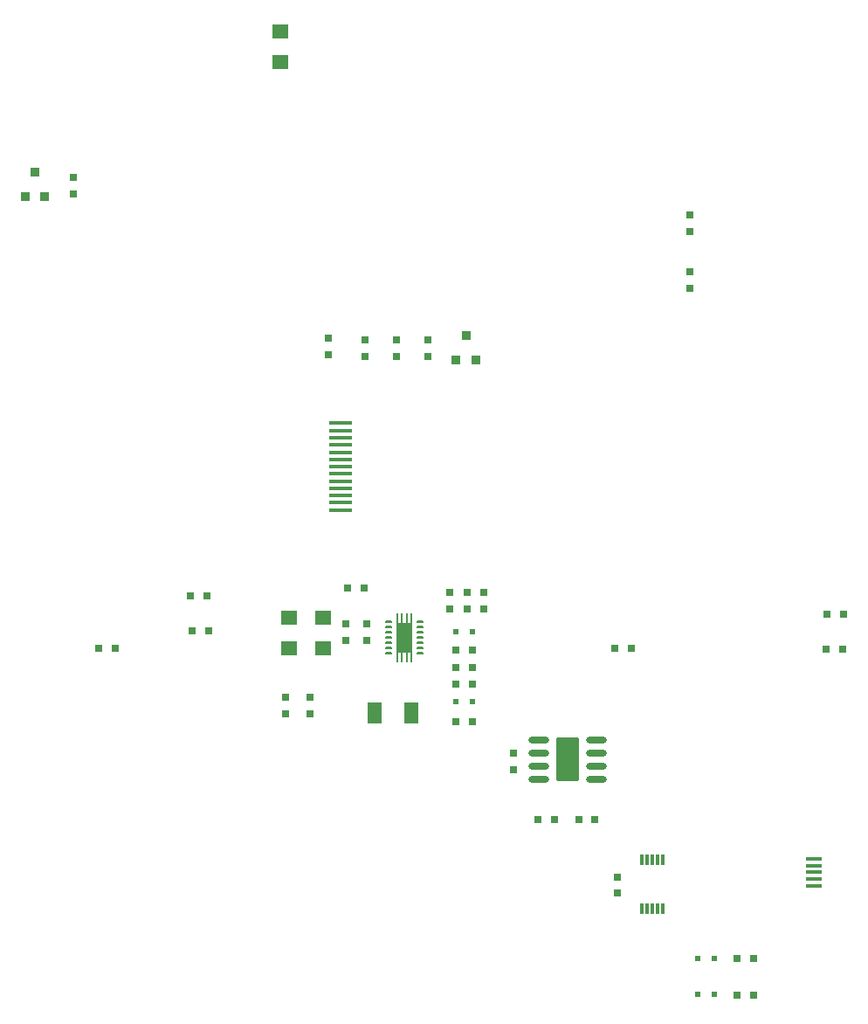
<source format=gtp>
G04 Layer_Color=8421504*
%FSLAX25Y25*%
%MOIN*%
G70*
G01*
G75*
%ADD10R,0.03150X0.03150*%
%ADD11R,0.03150X0.03150*%
%ADD12R,0.06299X0.05512*%
%ADD13R,0.01260X0.03937*%
%ADD14R,0.09055X0.01378*%
%ADD15R,0.00787X0.05000*%
%ADD16R,0.06220X0.11500*%
%ADD17O,0.03000X0.01000*%
%ADD18R,0.03543X0.03740*%
%ADD19R,0.03543X0.03740*%
%ADD20R,0.05905X0.01575*%
%ADD21R,0.05512X0.07874*%
G04:AMPARAMS|DCode=22|XSize=86.61mil|YSize=165.35mil|CornerRadius=4.33mil|HoleSize=0mil|Usage=FLASHONLY|Rotation=180.000|XOffset=0mil|YOffset=0mil|HoleType=Round|Shape=RoundedRectangle|*
%AMROUNDEDRECTD22*
21,1,0.08661,0.15669,0,0,180.0*
21,1,0.07795,0.16535,0,0,180.0*
1,1,0.00866,-0.03898,0.07835*
1,1,0.00866,0.03898,0.07835*
1,1,0.00866,0.03898,-0.07835*
1,1,0.00866,-0.03898,-0.07835*
%
%ADD22ROUNDEDRECTD22*%
%ADD23O,0.08000X0.02400*%
%ADD84R,0.02362X0.02362*%
D10*
X904600Y198650D02*
D03*
Y204950D02*
D03*
X972000Y410150D02*
D03*
Y403850D02*
D03*
X736500Y424650D02*
D03*
Y418350D02*
D03*
X848000Y362650D02*
D03*
Y356350D02*
D03*
X860000Y362650D02*
D03*
Y356350D02*
D03*
X872000Y362650D02*
D03*
Y356350D02*
D03*
X827000Y226150D02*
D03*
Y219850D02*
D03*
X817500Y226150D02*
D03*
Y219850D02*
D03*
X972000Y382350D02*
D03*
Y388650D02*
D03*
X944400Y151450D02*
D03*
Y157750D02*
D03*
X834000Y356850D02*
D03*
Y363150D02*
D03*
X848703Y248051D02*
D03*
Y254350D02*
D03*
X840728Y248051D02*
D03*
Y254350D02*
D03*
X893400Y260101D02*
D03*
Y266400D02*
D03*
X887000Y260101D02*
D03*
Y266400D02*
D03*
X880400Y260101D02*
D03*
Y266400D02*
D03*
D11*
X888800Y237700D02*
D03*
X882501D02*
D03*
X888800Y231200D02*
D03*
X882501D02*
D03*
Y217100D02*
D03*
X888800D02*
D03*
X882501Y244200D02*
D03*
X888800D02*
D03*
X1030500Y258000D02*
D03*
X1024201D02*
D03*
X1023850Y244500D02*
D03*
X1030150D02*
D03*
X943350Y245000D02*
D03*
X949650D02*
D03*
X841350Y268000D02*
D03*
X847650D02*
D03*
X782000Y251500D02*
D03*
X788299D02*
D03*
X781350Y265000D02*
D03*
X787650D02*
D03*
X746350Y245000D02*
D03*
X752650D02*
D03*
X920250Y179600D02*
D03*
X913950D02*
D03*
X935750D02*
D03*
X929450D02*
D03*
X989850Y126500D02*
D03*
X996150D02*
D03*
X989850Y112500D02*
D03*
X996150D02*
D03*
D12*
X832000Y256668D02*
D03*
Y244857D02*
D03*
X819025Y256668D02*
D03*
Y244857D02*
D03*
X815700Y468594D02*
D03*
Y480406D02*
D03*
D13*
X953600Y164398D02*
D03*
X955569D02*
D03*
X957537D02*
D03*
X959506D02*
D03*
X961474D02*
D03*
Y145500D02*
D03*
X959506D02*
D03*
X957537D02*
D03*
X955569D02*
D03*
X953600D02*
D03*
D14*
X838500Y308744D02*
D03*
Y330791D02*
D03*
Y305988D02*
D03*
Y303232D02*
D03*
Y311500D02*
D03*
Y314256D02*
D03*
Y317012D02*
D03*
Y319768D02*
D03*
Y322524D02*
D03*
Y328035D02*
D03*
Y325280D02*
D03*
Y300476D02*
D03*
Y297720D02*
D03*
D15*
X860283Y256000D02*
D03*
X862094D02*
D03*
X863906D02*
D03*
X865717D02*
D03*
X863906Y242000D02*
D03*
X862094D02*
D03*
X860283D02*
D03*
X865717D02*
D03*
D16*
X863000Y249000D02*
D03*
D17*
X857000Y251000D02*
D03*
Y253000D02*
D03*
Y255000D02*
D03*
Y249000D02*
D03*
Y247000D02*
D03*
Y245000D02*
D03*
Y243000D02*
D03*
X869000D02*
D03*
Y245000D02*
D03*
Y247000D02*
D03*
Y249000D02*
D03*
Y255000D02*
D03*
Y253000D02*
D03*
Y251000D02*
D03*
D18*
X718260Y417374D02*
D03*
X722000Y426626D02*
D03*
X882760Y354874D02*
D03*
X886500Y364126D02*
D03*
D19*
X725740Y417374D02*
D03*
X890240Y354874D02*
D03*
D20*
X1019409Y154382D02*
D03*
Y156941D02*
D03*
Y159500D02*
D03*
Y162059D02*
D03*
Y164618D02*
D03*
D21*
X851513Y220300D02*
D03*
X865687D02*
D03*
D22*
X925100Y202600D02*
D03*
D23*
X936100Y195000D02*
D03*
Y200000D02*
D03*
Y205000D02*
D03*
Y210000D02*
D03*
X914100Y195000D02*
D03*
Y205000D02*
D03*
Y210000D02*
D03*
Y200000D02*
D03*
D84*
X882501Y224500D02*
D03*
X888800D02*
D03*
X888900Y251300D02*
D03*
X882601D02*
D03*
X974850Y126500D02*
D03*
X981150D02*
D03*
X974850Y113000D02*
D03*
X981150D02*
D03*
M02*

</source>
